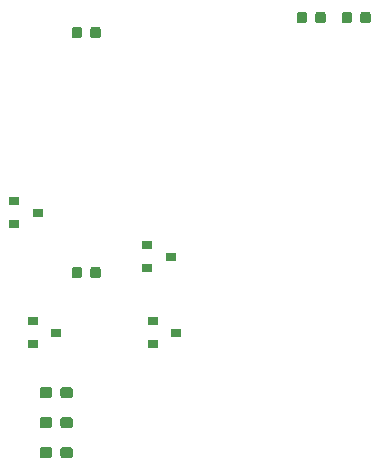
<source format=gbr>
G04 #@! TF.GenerationSoftware,KiCad,Pcbnew,(5.1.0)-1*
G04 #@! TF.CreationDate,2019-07-09T21:44:00+02:00*
G04 #@! TF.ProjectId,PP,50502e6b-6963-4616-945f-706362585858,rev?*
G04 #@! TF.SameCoordinates,Original*
G04 #@! TF.FileFunction,Paste,Top*
G04 #@! TF.FilePolarity,Positive*
%FSLAX46Y46*%
G04 Gerber Fmt 4.6, Leading zero omitted, Abs format (unit mm)*
G04 Created by KiCad (PCBNEW (5.1.0)-1) date 2019-07-09 21:44:00*
%MOMM*%
%LPD*%
G04 APERTURE LIST*
%ADD10C,0.100000*%
%ADD11C,0.875000*%
%ADD12C,0.950000*%
%ADD13R,0.900000X0.800000*%
G04 APERTURE END LIST*
D10*
G36*
X93432691Y-32546053D02*
G01*
X93453926Y-32549203D01*
X93474750Y-32554419D01*
X93494962Y-32561651D01*
X93514368Y-32570830D01*
X93532781Y-32581866D01*
X93550024Y-32594654D01*
X93565930Y-32609070D01*
X93580346Y-32624976D01*
X93593134Y-32642219D01*
X93604170Y-32660632D01*
X93613349Y-32680038D01*
X93620581Y-32700250D01*
X93625797Y-32721074D01*
X93628947Y-32742309D01*
X93630000Y-32763750D01*
X93630000Y-33276250D01*
X93628947Y-33297691D01*
X93625797Y-33318926D01*
X93620581Y-33339750D01*
X93613349Y-33359962D01*
X93604170Y-33379368D01*
X93593134Y-33397781D01*
X93580346Y-33415024D01*
X93565930Y-33430930D01*
X93550024Y-33445346D01*
X93532781Y-33458134D01*
X93514368Y-33469170D01*
X93494962Y-33478349D01*
X93474750Y-33485581D01*
X93453926Y-33490797D01*
X93432691Y-33493947D01*
X93411250Y-33495000D01*
X92973750Y-33495000D01*
X92952309Y-33493947D01*
X92931074Y-33490797D01*
X92910250Y-33485581D01*
X92890038Y-33478349D01*
X92870632Y-33469170D01*
X92852219Y-33458134D01*
X92834976Y-33445346D01*
X92819070Y-33430930D01*
X92804654Y-33415024D01*
X92791866Y-33397781D01*
X92780830Y-33379368D01*
X92771651Y-33359962D01*
X92764419Y-33339750D01*
X92759203Y-33318926D01*
X92756053Y-33297691D01*
X92755000Y-33276250D01*
X92755000Y-32763750D01*
X92756053Y-32742309D01*
X92759203Y-32721074D01*
X92764419Y-32700250D01*
X92771651Y-32680038D01*
X92780830Y-32660632D01*
X92791866Y-32642219D01*
X92804654Y-32624976D01*
X92819070Y-32609070D01*
X92834976Y-32594654D01*
X92852219Y-32581866D01*
X92870632Y-32570830D01*
X92890038Y-32561651D01*
X92910250Y-32554419D01*
X92931074Y-32549203D01*
X92952309Y-32546053D01*
X92973750Y-32545000D01*
X93411250Y-32545000D01*
X93432691Y-32546053D01*
X93432691Y-32546053D01*
G37*
D11*
X93192500Y-33020000D03*
D10*
G36*
X95007691Y-32546053D02*
G01*
X95028926Y-32549203D01*
X95049750Y-32554419D01*
X95069962Y-32561651D01*
X95089368Y-32570830D01*
X95107781Y-32581866D01*
X95125024Y-32594654D01*
X95140930Y-32609070D01*
X95155346Y-32624976D01*
X95168134Y-32642219D01*
X95179170Y-32660632D01*
X95188349Y-32680038D01*
X95195581Y-32700250D01*
X95200797Y-32721074D01*
X95203947Y-32742309D01*
X95205000Y-32763750D01*
X95205000Y-33276250D01*
X95203947Y-33297691D01*
X95200797Y-33318926D01*
X95195581Y-33339750D01*
X95188349Y-33359962D01*
X95179170Y-33379368D01*
X95168134Y-33397781D01*
X95155346Y-33415024D01*
X95140930Y-33430930D01*
X95125024Y-33445346D01*
X95107781Y-33458134D01*
X95089368Y-33469170D01*
X95069962Y-33478349D01*
X95049750Y-33485581D01*
X95028926Y-33490797D01*
X95007691Y-33493947D01*
X94986250Y-33495000D01*
X94548750Y-33495000D01*
X94527309Y-33493947D01*
X94506074Y-33490797D01*
X94485250Y-33485581D01*
X94465038Y-33478349D01*
X94445632Y-33469170D01*
X94427219Y-33458134D01*
X94409976Y-33445346D01*
X94394070Y-33430930D01*
X94379654Y-33415024D01*
X94366866Y-33397781D01*
X94355830Y-33379368D01*
X94346651Y-33359962D01*
X94339419Y-33339750D01*
X94334203Y-33318926D01*
X94331053Y-33297691D01*
X94330000Y-33276250D01*
X94330000Y-32763750D01*
X94331053Y-32742309D01*
X94334203Y-32721074D01*
X94339419Y-32700250D01*
X94346651Y-32680038D01*
X94355830Y-32660632D01*
X94366866Y-32642219D01*
X94379654Y-32624976D01*
X94394070Y-32609070D01*
X94409976Y-32594654D01*
X94427219Y-32581866D01*
X94445632Y-32570830D01*
X94465038Y-32561651D01*
X94485250Y-32554419D01*
X94506074Y-32549203D01*
X94527309Y-32546053D01*
X94548750Y-32545000D01*
X94986250Y-32545000D01*
X95007691Y-32546053D01*
X95007691Y-32546053D01*
G37*
D11*
X94767500Y-33020000D03*
D10*
G36*
X92625779Y-65566144D02*
G01*
X92648834Y-65569563D01*
X92671443Y-65575227D01*
X92693387Y-65583079D01*
X92714457Y-65593044D01*
X92734448Y-65605026D01*
X92753168Y-65618910D01*
X92770438Y-65634562D01*
X92786090Y-65651832D01*
X92799974Y-65670552D01*
X92811956Y-65690543D01*
X92821921Y-65711613D01*
X92829773Y-65733557D01*
X92835437Y-65756166D01*
X92838856Y-65779221D01*
X92840000Y-65802500D01*
X92840000Y-66277500D01*
X92838856Y-66300779D01*
X92835437Y-66323834D01*
X92829773Y-66346443D01*
X92821921Y-66368387D01*
X92811956Y-66389457D01*
X92799974Y-66409448D01*
X92786090Y-66428168D01*
X92770438Y-66445438D01*
X92753168Y-66461090D01*
X92734448Y-66474974D01*
X92714457Y-66486956D01*
X92693387Y-66496921D01*
X92671443Y-66504773D01*
X92648834Y-66510437D01*
X92625779Y-66513856D01*
X92602500Y-66515000D01*
X92027500Y-66515000D01*
X92004221Y-66513856D01*
X91981166Y-66510437D01*
X91958557Y-66504773D01*
X91936613Y-66496921D01*
X91915543Y-66486956D01*
X91895552Y-66474974D01*
X91876832Y-66461090D01*
X91859562Y-66445438D01*
X91843910Y-66428168D01*
X91830026Y-66409448D01*
X91818044Y-66389457D01*
X91808079Y-66368387D01*
X91800227Y-66346443D01*
X91794563Y-66323834D01*
X91791144Y-66300779D01*
X91790000Y-66277500D01*
X91790000Y-65802500D01*
X91791144Y-65779221D01*
X91794563Y-65756166D01*
X91800227Y-65733557D01*
X91808079Y-65711613D01*
X91818044Y-65690543D01*
X91830026Y-65670552D01*
X91843910Y-65651832D01*
X91859562Y-65634562D01*
X91876832Y-65618910D01*
X91895552Y-65605026D01*
X91915543Y-65593044D01*
X91936613Y-65583079D01*
X91958557Y-65575227D01*
X91981166Y-65569563D01*
X92004221Y-65566144D01*
X92027500Y-65565000D01*
X92602500Y-65565000D01*
X92625779Y-65566144D01*
X92625779Y-65566144D01*
G37*
D12*
X92315000Y-66040000D03*
D10*
G36*
X90875779Y-65566144D02*
G01*
X90898834Y-65569563D01*
X90921443Y-65575227D01*
X90943387Y-65583079D01*
X90964457Y-65593044D01*
X90984448Y-65605026D01*
X91003168Y-65618910D01*
X91020438Y-65634562D01*
X91036090Y-65651832D01*
X91049974Y-65670552D01*
X91061956Y-65690543D01*
X91071921Y-65711613D01*
X91079773Y-65733557D01*
X91085437Y-65756166D01*
X91088856Y-65779221D01*
X91090000Y-65802500D01*
X91090000Y-66277500D01*
X91088856Y-66300779D01*
X91085437Y-66323834D01*
X91079773Y-66346443D01*
X91071921Y-66368387D01*
X91061956Y-66389457D01*
X91049974Y-66409448D01*
X91036090Y-66428168D01*
X91020438Y-66445438D01*
X91003168Y-66461090D01*
X90984448Y-66474974D01*
X90964457Y-66486956D01*
X90943387Y-66496921D01*
X90921443Y-66504773D01*
X90898834Y-66510437D01*
X90875779Y-66513856D01*
X90852500Y-66515000D01*
X90277500Y-66515000D01*
X90254221Y-66513856D01*
X90231166Y-66510437D01*
X90208557Y-66504773D01*
X90186613Y-66496921D01*
X90165543Y-66486956D01*
X90145552Y-66474974D01*
X90126832Y-66461090D01*
X90109562Y-66445438D01*
X90093910Y-66428168D01*
X90080026Y-66409448D01*
X90068044Y-66389457D01*
X90058079Y-66368387D01*
X90050227Y-66346443D01*
X90044563Y-66323834D01*
X90041144Y-66300779D01*
X90040000Y-66277500D01*
X90040000Y-65802500D01*
X90041144Y-65779221D01*
X90044563Y-65756166D01*
X90050227Y-65733557D01*
X90058079Y-65711613D01*
X90068044Y-65690543D01*
X90080026Y-65670552D01*
X90093910Y-65651832D01*
X90109562Y-65634562D01*
X90126832Y-65618910D01*
X90145552Y-65605026D01*
X90165543Y-65593044D01*
X90186613Y-65583079D01*
X90208557Y-65575227D01*
X90231166Y-65569563D01*
X90254221Y-65566144D01*
X90277500Y-65565000D01*
X90852500Y-65565000D01*
X90875779Y-65566144D01*
X90875779Y-65566144D01*
G37*
D12*
X90565000Y-66040000D03*
D10*
G36*
X117867691Y-31276053D02*
G01*
X117888926Y-31279203D01*
X117909750Y-31284419D01*
X117929962Y-31291651D01*
X117949368Y-31300830D01*
X117967781Y-31311866D01*
X117985024Y-31324654D01*
X118000930Y-31339070D01*
X118015346Y-31354976D01*
X118028134Y-31372219D01*
X118039170Y-31390632D01*
X118048349Y-31410038D01*
X118055581Y-31430250D01*
X118060797Y-31451074D01*
X118063947Y-31472309D01*
X118065000Y-31493750D01*
X118065000Y-32006250D01*
X118063947Y-32027691D01*
X118060797Y-32048926D01*
X118055581Y-32069750D01*
X118048349Y-32089962D01*
X118039170Y-32109368D01*
X118028134Y-32127781D01*
X118015346Y-32145024D01*
X118000930Y-32160930D01*
X117985024Y-32175346D01*
X117967781Y-32188134D01*
X117949368Y-32199170D01*
X117929962Y-32208349D01*
X117909750Y-32215581D01*
X117888926Y-32220797D01*
X117867691Y-32223947D01*
X117846250Y-32225000D01*
X117408750Y-32225000D01*
X117387309Y-32223947D01*
X117366074Y-32220797D01*
X117345250Y-32215581D01*
X117325038Y-32208349D01*
X117305632Y-32199170D01*
X117287219Y-32188134D01*
X117269976Y-32175346D01*
X117254070Y-32160930D01*
X117239654Y-32145024D01*
X117226866Y-32127781D01*
X117215830Y-32109368D01*
X117206651Y-32089962D01*
X117199419Y-32069750D01*
X117194203Y-32048926D01*
X117191053Y-32027691D01*
X117190000Y-32006250D01*
X117190000Y-31493750D01*
X117191053Y-31472309D01*
X117194203Y-31451074D01*
X117199419Y-31430250D01*
X117206651Y-31410038D01*
X117215830Y-31390632D01*
X117226866Y-31372219D01*
X117239654Y-31354976D01*
X117254070Y-31339070D01*
X117269976Y-31324654D01*
X117287219Y-31311866D01*
X117305632Y-31300830D01*
X117325038Y-31291651D01*
X117345250Y-31284419D01*
X117366074Y-31279203D01*
X117387309Y-31276053D01*
X117408750Y-31275000D01*
X117846250Y-31275000D01*
X117867691Y-31276053D01*
X117867691Y-31276053D01*
G37*
D11*
X117627500Y-31750000D03*
D10*
G36*
X116292691Y-31276053D02*
G01*
X116313926Y-31279203D01*
X116334750Y-31284419D01*
X116354962Y-31291651D01*
X116374368Y-31300830D01*
X116392781Y-31311866D01*
X116410024Y-31324654D01*
X116425930Y-31339070D01*
X116440346Y-31354976D01*
X116453134Y-31372219D01*
X116464170Y-31390632D01*
X116473349Y-31410038D01*
X116480581Y-31430250D01*
X116485797Y-31451074D01*
X116488947Y-31472309D01*
X116490000Y-31493750D01*
X116490000Y-32006250D01*
X116488947Y-32027691D01*
X116485797Y-32048926D01*
X116480581Y-32069750D01*
X116473349Y-32089962D01*
X116464170Y-32109368D01*
X116453134Y-32127781D01*
X116440346Y-32145024D01*
X116425930Y-32160930D01*
X116410024Y-32175346D01*
X116392781Y-32188134D01*
X116374368Y-32199170D01*
X116354962Y-32208349D01*
X116334750Y-32215581D01*
X116313926Y-32220797D01*
X116292691Y-32223947D01*
X116271250Y-32225000D01*
X115833750Y-32225000D01*
X115812309Y-32223947D01*
X115791074Y-32220797D01*
X115770250Y-32215581D01*
X115750038Y-32208349D01*
X115730632Y-32199170D01*
X115712219Y-32188134D01*
X115694976Y-32175346D01*
X115679070Y-32160930D01*
X115664654Y-32145024D01*
X115651866Y-32127781D01*
X115640830Y-32109368D01*
X115631651Y-32089962D01*
X115624419Y-32069750D01*
X115619203Y-32048926D01*
X115616053Y-32027691D01*
X115615000Y-32006250D01*
X115615000Y-31493750D01*
X115616053Y-31472309D01*
X115619203Y-31451074D01*
X115624419Y-31430250D01*
X115631651Y-31410038D01*
X115640830Y-31390632D01*
X115651866Y-31372219D01*
X115664654Y-31354976D01*
X115679070Y-31339070D01*
X115694976Y-31324654D01*
X115712219Y-31311866D01*
X115730632Y-31300830D01*
X115750038Y-31291651D01*
X115770250Y-31284419D01*
X115791074Y-31279203D01*
X115812309Y-31276053D01*
X115833750Y-31275000D01*
X116271250Y-31275000D01*
X116292691Y-31276053D01*
X116292691Y-31276053D01*
G37*
D11*
X116052500Y-31750000D03*
D10*
G36*
X92625779Y-68106144D02*
G01*
X92648834Y-68109563D01*
X92671443Y-68115227D01*
X92693387Y-68123079D01*
X92714457Y-68133044D01*
X92734448Y-68145026D01*
X92753168Y-68158910D01*
X92770438Y-68174562D01*
X92786090Y-68191832D01*
X92799974Y-68210552D01*
X92811956Y-68230543D01*
X92821921Y-68251613D01*
X92829773Y-68273557D01*
X92835437Y-68296166D01*
X92838856Y-68319221D01*
X92840000Y-68342500D01*
X92840000Y-68817500D01*
X92838856Y-68840779D01*
X92835437Y-68863834D01*
X92829773Y-68886443D01*
X92821921Y-68908387D01*
X92811956Y-68929457D01*
X92799974Y-68949448D01*
X92786090Y-68968168D01*
X92770438Y-68985438D01*
X92753168Y-69001090D01*
X92734448Y-69014974D01*
X92714457Y-69026956D01*
X92693387Y-69036921D01*
X92671443Y-69044773D01*
X92648834Y-69050437D01*
X92625779Y-69053856D01*
X92602500Y-69055000D01*
X92027500Y-69055000D01*
X92004221Y-69053856D01*
X91981166Y-69050437D01*
X91958557Y-69044773D01*
X91936613Y-69036921D01*
X91915543Y-69026956D01*
X91895552Y-69014974D01*
X91876832Y-69001090D01*
X91859562Y-68985438D01*
X91843910Y-68968168D01*
X91830026Y-68949448D01*
X91818044Y-68929457D01*
X91808079Y-68908387D01*
X91800227Y-68886443D01*
X91794563Y-68863834D01*
X91791144Y-68840779D01*
X91790000Y-68817500D01*
X91790000Y-68342500D01*
X91791144Y-68319221D01*
X91794563Y-68296166D01*
X91800227Y-68273557D01*
X91808079Y-68251613D01*
X91818044Y-68230543D01*
X91830026Y-68210552D01*
X91843910Y-68191832D01*
X91859562Y-68174562D01*
X91876832Y-68158910D01*
X91895552Y-68145026D01*
X91915543Y-68133044D01*
X91936613Y-68123079D01*
X91958557Y-68115227D01*
X91981166Y-68109563D01*
X92004221Y-68106144D01*
X92027500Y-68105000D01*
X92602500Y-68105000D01*
X92625779Y-68106144D01*
X92625779Y-68106144D01*
G37*
D12*
X92315000Y-68580000D03*
D10*
G36*
X90875779Y-68106144D02*
G01*
X90898834Y-68109563D01*
X90921443Y-68115227D01*
X90943387Y-68123079D01*
X90964457Y-68133044D01*
X90984448Y-68145026D01*
X91003168Y-68158910D01*
X91020438Y-68174562D01*
X91036090Y-68191832D01*
X91049974Y-68210552D01*
X91061956Y-68230543D01*
X91071921Y-68251613D01*
X91079773Y-68273557D01*
X91085437Y-68296166D01*
X91088856Y-68319221D01*
X91090000Y-68342500D01*
X91090000Y-68817500D01*
X91088856Y-68840779D01*
X91085437Y-68863834D01*
X91079773Y-68886443D01*
X91071921Y-68908387D01*
X91061956Y-68929457D01*
X91049974Y-68949448D01*
X91036090Y-68968168D01*
X91020438Y-68985438D01*
X91003168Y-69001090D01*
X90984448Y-69014974D01*
X90964457Y-69026956D01*
X90943387Y-69036921D01*
X90921443Y-69044773D01*
X90898834Y-69050437D01*
X90875779Y-69053856D01*
X90852500Y-69055000D01*
X90277500Y-69055000D01*
X90254221Y-69053856D01*
X90231166Y-69050437D01*
X90208557Y-69044773D01*
X90186613Y-69036921D01*
X90165543Y-69026956D01*
X90145552Y-69014974D01*
X90126832Y-69001090D01*
X90109562Y-68985438D01*
X90093910Y-68968168D01*
X90080026Y-68949448D01*
X90068044Y-68929457D01*
X90058079Y-68908387D01*
X90050227Y-68886443D01*
X90044563Y-68863834D01*
X90041144Y-68840779D01*
X90040000Y-68817500D01*
X90040000Y-68342500D01*
X90041144Y-68319221D01*
X90044563Y-68296166D01*
X90050227Y-68273557D01*
X90058079Y-68251613D01*
X90068044Y-68230543D01*
X90080026Y-68210552D01*
X90093910Y-68191832D01*
X90109562Y-68174562D01*
X90126832Y-68158910D01*
X90145552Y-68145026D01*
X90165543Y-68133044D01*
X90186613Y-68123079D01*
X90208557Y-68115227D01*
X90231166Y-68109563D01*
X90254221Y-68106144D01*
X90277500Y-68105000D01*
X90852500Y-68105000D01*
X90875779Y-68106144D01*
X90875779Y-68106144D01*
G37*
D12*
X90565000Y-68580000D03*
D10*
G36*
X92625779Y-63026144D02*
G01*
X92648834Y-63029563D01*
X92671443Y-63035227D01*
X92693387Y-63043079D01*
X92714457Y-63053044D01*
X92734448Y-63065026D01*
X92753168Y-63078910D01*
X92770438Y-63094562D01*
X92786090Y-63111832D01*
X92799974Y-63130552D01*
X92811956Y-63150543D01*
X92821921Y-63171613D01*
X92829773Y-63193557D01*
X92835437Y-63216166D01*
X92838856Y-63239221D01*
X92840000Y-63262500D01*
X92840000Y-63737500D01*
X92838856Y-63760779D01*
X92835437Y-63783834D01*
X92829773Y-63806443D01*
X92821921Y-63828387D01*
X92811956Y-63849457D01*
X92799974Y-63869448D01*
X92786090Y-63888168D01*
X92770438Y-63905438D01*
X92753168Y-63921090D01*
X92734448Y-63934974D01*
X92714457Y-63946956D01*
X92693387Y-63956921D01*
X92671443Y-63964773D01*
X92648834Y-63970437D01*
X92625779Y-63973856D01*
X92602500Y-63975000D01*
X92027500Y-63975000D01*
X92004221Y-63973856D01*
X91981166Y-63970437D01*
X91958557Y-63964773D01*
X91936613Y-63956921D01*
X91915543Y-63946956D01*
X91895552Y-63934974D01*
X91876832Y-63921090D01*
X91859562Y-63905438D01*
X91843910Y-63888168D01*
X91830026Y-63869448D01*
X91818044Y-63849457D01*
X91808079Y-63828387D01*
X91800227Y-63806443D01*
X91794563Y-63783834D01*
X91791144Y-63760779D01*
X91790000Y-63737500D01*
X91790000Y-63262500D01*
X91791144Y-63239221D01*
X91794563Y-63216166D01*
X91800227Y-63193557D01*
X91808079Y-63171613D01*
X91818044Y-63150543D01*
X91830026Y-63130552D01*
X91843910Y-63111832D01*
X91859562Y-63094562D01*
X91876832Y-63078910D01*
X91895552Y-63065026D01*
X91915543Y-63053044D01*
X91936613Y-63043079D01*
X91958557Y-63035227D01*
X91981166Y-63029563D01*
X92004221Y-63026144D01*
X92027500Y-63025000D01*
X92602500Y-63025000D01*
X92625779Y-63026144D01*
X92625779Y-63026144D01*
G37*
D12*
X92315000Y-63500000D03*
D10*
G36*
X90875779Y-63026144D02*
G01*
X90898834Y-63029563D01*
X90921443Y-63035227D01*
X90943387Y-63043079D01*
X90964457Y-63053044D01*
X90984448Y-63065026D01*
X91003168Y-63078910D01*
X91020438Y-63094562D01*
X91036090Y-63111832D01*
X91049974Y-63130552D01*
X91061956Y-63150543D01*
X91071921Y-63171613D01*
X91079773Y-63193557D01*
X91085437Y-63216166D01*
X91088856Y-63239221D01*
X91090000Y-63262500D01*
X91090000Y-63737500D01*
X91088856Y-63760779D01*
X91085437Y-63783834D01*
X91079773Y-63806443D01*
X91071921Y-63828387D01*
X91061956Y-63849457D01*
X91049974Y-63869448D01*
X91036090Y-63888168D01*
X91020438Y-63905438D01*
X91003168Y-63921090D01*
X90984448Y-63934974D01*
X90964457Y-63946956D01*
X90943387Y-63956921D01*
X90921443Y-63964773D01*
X90898834Y-63970437D01*
X90875779Y-63973856D01*
X90852500Y-63975000D01*
X90277500Y-63975000D01*
X90254221Y-63973856D01*
X90231166Y-63970437D01*
X90208557Y-63964773D01*
X90186613Y-63956921D01*
X90165543Y-63946956D01*
X90145552Y-63934974D01*
X90126832Y-63921090D01*
X90109562Y-63905438D01*
X90093910Y-63888168D01*
X90080026Y-63869448D01*
X90068044Y-63849457D01*
X90058079Y-63828387D01*
X90050227Y-63806443D01*
X90044563Y-63783834D01*
X90041144Y-63760779D01*
X90040000Y-63737500D01*
X90040000Y-63262500D01*
X90041144Y-63239221D01*
X90044563Y-63216166D01*
X90050227Y-63193557D01*
X90058079Y-63171613D01*
X90068044Y-63150543D01*
X90080026Y-63130552D01*
X90093910Y-63111832D01*
X90109562Y-63094562D01*
X90126832Y-63078910D01*
X90145552Y-63065026D01*
X90165543Y-63053044D01*
X90186613Y-63043079D01*
X90208557Y-63035227D01*
X90231166Y-63029563D01*
X90254221Y-63026144D01*
X90277500Y-63025000D01*
X90852500Y-63025000D01*
X90875779Y-63026144D01*
X90875779Y-63026144D01*
G37*
D12*
X90565000Y-63500000D03*
D10*
G36*
X114057691Y-31276053D02*
G01*
X114078926Y-31279203D01*
X114099750Y-31284419D01*
X114119962Y-31291651D01*
X114139368Y-31300830D01*
X114157781Y-31311866D01*
X114175024Y-31324654D01*
X114190930Y-31339070D01*
X114205346Y-31354976D01*
X114218134Y-31372219D01*
X114229170Y-31390632D01*
X114238349Y-31410038D01*
X114245581Y-31430250D01*
X114250797Y-31451074D01*
X114253947Y-31472309D01*
X114255000Y-31493750D01*
X114255000Y-32006250D01*
X114253947Y-32027691D01*
X114250797Y-32048926D01*
X114245581Y-32069750D01*
X114238349Y-32089962D01*
X114229170Y-32109368D01*
X114218134Y-32127781D01*
X114205346Y-32145024D01*
X114190930Y-32160930D01*
X114175024Y-32175346D01*
X114157781Y-32188134D01*
X114139368Y-32199170D01*
X114119962Y-32208349D01*
X114099750Y-32215581D01*
X114078926Y-32220797D01*
X114057691Y-32223947D01*
X114036250Y-32225000D01*
X113598750Y-32225000D01*
X113577309Y-32223947D01*
X113556074Y-32220797D01*
X113535250Y-32215581D01*
X113515038Y-32208349D01*
X113495632Y-32199170D01*
X113477219Y-32188134D01*
X113459976Y-32175346D01*
X113444070Y-32160930D01*
X113429654Y-32145024D01*
X113416866Y-32127781D01*
X113405830Y-32109368D01*
X113396651Y-32089962D01*
X113389419Y-32069750D01*
X113384203Y-32048926D01*
X113381053Y-32027691D01*
X113380000Y-32006250D01*
X113380000Y-31493750D01*
X113381053Y-31472309D01*
X113384203Y-31451074D01*
X113389419Y-31430250D01*
X113396651Y-31410038D01*
X113405830Y-31390632D01*
X113416866Y-31372219D01*
X113429654Y-31354976D01*
X113444070Y-31339070D01*
X113459976Y-31324654D01*
X113477219Y-31311866D01*
X113495632Y-31300830D01*
X113515038Y-31291651D01*
X113535250Y-31284419D01*
X113556074Y-31279203D01*
X113577309Y-31276053D01*
X113598750Y-31275000D01*
X114036250Y-31275000D01*
X114057691Y-31276053D01*
X114057691Y-31276053D01*
G37*
D11*
X113817500Y-31750000D03*
D10*
G36*
X112482691Y-31276053D02*
G01*
X112503926Y-31279203D01*
X112524750Y-31284419D01*
X112544962Y-31291651D01*
X112564368Y-31300830D01*
X112582781Y-31311866D01*
X112600024Y-31324654D01*
X112615930Y-31339070D01*
X112630346Y-31354976D01*
X112643134Y-31372219D01*
X112654170Y-31390632D01*
X112663349Y-31410038D01*
X112670581Y-31430250D01*
X112675797Y-31451074D01*
X112678947Y-31472309D01*
X112680000Y-31493750D01*
X112680000Y-32006250D01*
X112678947Y-32027691D01*
X112675797Y-32048926D01*
X112670581Y-32069750D01*
X112663349Y-32089962D01*
X112654170Y-32109368D01*
X112643134Y-32127781D01*
X112630346Y-32145024D01*
X112615930Y-32160930D01*
X112600024Y-32175346D01*
X112582781Y-32188134D01*
X112564368Y-32199170D01*
X112544962Y-32208349D01*
X112524750Y-32215581D01*
X112503926Y-32220797D01*
X112482691Y-32223947D01*
X112461250Y-32225000D01*
X112023750Y-32225000D01*
X112002309Y-32223947D01*
X111981074Y-32220797D01*
X111960250Y-32215581D01*
X111940038Y-32208349D01*
X111920632Y-32199170D01*
X111902219Y-32188134D01*
X111884976Y-32175346D01*
X111869070Y-32160930D01*
X111854654Y-32145024D01*
X111841866Y-32127781D01*
X111830830Y-32109368D01*
X111821651Y-32089962D01*
X111814419Y-32069750D01*
X111809203Y-32048926D01*
X111806053Y-32027691D01*
X111805000Y-32006250D01*
X111805000Y-31493750D01*
X111806053Y-31472309D01*
X111809203Y-31451074D01*
X111814419Y-31430250D01*
X111821651Y-31410038D01*
X111830830Y-31390632D01*
X111841866Y-31372219D01*
X111854654Y-31354976D01*
X111869070Y-31339070D01*
X111884976Y-31324654D01*
X111902219Y-31311866D01*
X111920632Y-31300830D01*
X111940038Y-31291651D01*
X111960250Y-31284419D01*
X111981074Y-31279203D01*
X112002309Y-31276053D01*
X112023750Y-31275000D01*
X112461250Y-31275000D01*
X112482691Y-31276053D01*
X112482691Y-31276053D01*
G37*
D11*
X112242500Y-31750000D03*
D10*
G36*
X93432691Y-52866053D02*
G01*
X93453926Y-52869203D01*
X93474750Y-52874419D01*
X93494962Y-52881651D01*
X93514368Y-52890830D01*
X93532781Y-52901866D01*
X93550024Y-52914654D01*
X93565930Y-52929070D01*
X93580346Y-52944976D01*
X93593134Y-52962219D01*
X93604170Y-52980632D01*
X93613349Y-53000038D01*
X93620581Y-53020250D01*
X93625797Y-53041074D01*
X93628947Y-53062309D01*
X93630000Y-53083750D01*
X93630000Y-53596250D01*
X93628947Y-53617691D01*
X93625797Y-53638926D01*
X93620581Y-53659750D01*
X93613349Y-53679962D01*
X93604170Y-53699368D01*
X93593134Y-53717781D01*
X93580346Y-53735024D01*
X93565930Y-53750930D01*
X93550024Y-53765346D01*
X93532781Y-53778134D01*
X93514368Y-53789170D01*
X93494962Y-53798349D01*
X93474750Y-53805581D01*
X93453926Y-53810797D01*
X93432691Y-53813947D01*
X93411250Y-53815000D01*
X92973750Y-53815000D01*
X92952309Y-53813947D01*
X92931074Y-53810797D01*
X92910250Y-53805581D01*
X92890038Y-53798349D01*
X92870632Y-53789170D01*
X92852219Y-53778134D01*
X92834976Y-53765346D01*
X92819070Y-53750930D01*
X92804654Y-53735024D01*
X92791866Y-53717781D01*
X92780830Y-53699368D01*
X92771651Y-53679962D01*
X92764419Y-53659750D01*
X92759203Y-53638926D01*
X92756053Y-53617691D01*
X92755000Y-53596250D01*
X92755000Y-53083750D01*
X92756053Y-53062309D01*
X92759203Y-53041074D01*
X92764419Y-53020250D01*
X92771651Y-53000038D01*
X92780830Y-52980632D01*
X92791866Y-52962219D01*
X92804654Y-52944976D01*
X92819070Y-52929070D01*
X92834976Y-52914654D01*
X92852219Y-52901866D01*
X92870632Y-52890830D01*
X92890038Y-52881651D01*
X92910250Y-52874419D01*
X92931074Y-52869203D01*
X92952309Y-52866053D01*
X92973750Y-52865000D01*
X93411250Y-52865000D01*
X93432691Y-52866053D01*
X93432691Y-52866053D01*
G37*
D11*
X93192500Y-53340000D03*
D10*
G36*
X95007691Y-52866053D02*
G01*
X95028926Y-52869203D01*
X95049750Y-52874419D01*
X95069962Y-52881651D01*
X95089368Y-52890830D01*
X95107781Y-52901866D01*
X95125024Y-52914654D01*
X95140930Y-52929070D01*
X95155346Y-52944976D01*
X95168134Y-52962219D01*
X95179170Y-52980632D01*
X95188349Y-53000038D01*
X95195581Y-53020250D01*
X95200797Y-53041074D01*
X95203947Y-53062309D01*
X95205000Y-53083750D01*
X95205000Y-53596250D01*
X95203947Y-53617691D01*
X95200797Y-53638926D01*
X95195581Y-53659750D01*
X95188349Y-53679962D01*
X95179170Y-53699368D01*
X95168134Y-53717781D01*
X95155346Y-53735024D01*
X95140930Y-53750930D01*
X95125024Y-53765346D01*
X95107781Y-53778134D01*
X95089368Y-53789170D01*
X95069962Y-53798349D01*
X95049750Y-53805581D01*
X95028926Y-53810797D01*
X95007691Y-53813947D01*
X94986250Y-53815000D01*
X94548750Y-53815000D01*
X94527309Y-53813947D01*
X94506074Y-53810797D01*
X94485250Y-53805581D01*
X94465038Y-53798349D01*
X94445632Y-53789170D01*
X94427219Y-53778134D01*
X94409976Y-53765346D01*
X94394070Y-53750930D01*
X94379654Y-53735024D01*
X94366866Y-53717781D01*
X94355830Y-53699368D01*
X94346651Y-53679962D01*
X94339419Y-53659750D01*
X94334203Y-53638926D01*
X94331053Y-53617691D01*
X94330000Y-53596250D01*
X94330000Y-53083750D01*
X94331053Y-53062309D01*
X94334203Y-53041074D01*
X94339419Y-53020250D01*
X94346651Y-53000038D01*
X94355830Y-52980632D01*
X94366866Y-52962219D01*
X94379654Y-52944976D01*
X94394070Y-52929070D01*
X94409976Y-52914654D01*
X94427219Y-52901866D01*
X94445632Y-52890830D01*
X94465038Y-52881651D01*
X94485250Y-52874419D01*
X94506074Y-52869203D01*
X94527309Y-52866053D01*
X94548750Y-52865000D01*
X94986250Y-52865000D01*
X95007691Y-52866053D01*
X95007691Y-52866053D01*
G37*
D11*
X94767500Y-53340000D03*
D13*
X101170000Y-51990000D03*
X99170000Y-52940000D03*
X99170000Y-51040000D03*
X89900000Y-48260000D03*
X87900000Y-49210000D03*
X87900000Y-47310000D03*
X101600000Y-58420000D03*
X99600000Y-59370000D03*
X99600000Y-57470000D03*
X91440000Y-58420000D03*
X89440000Y-59370000D03*
X89440000Y-57470000D03*
M02*

</source>
